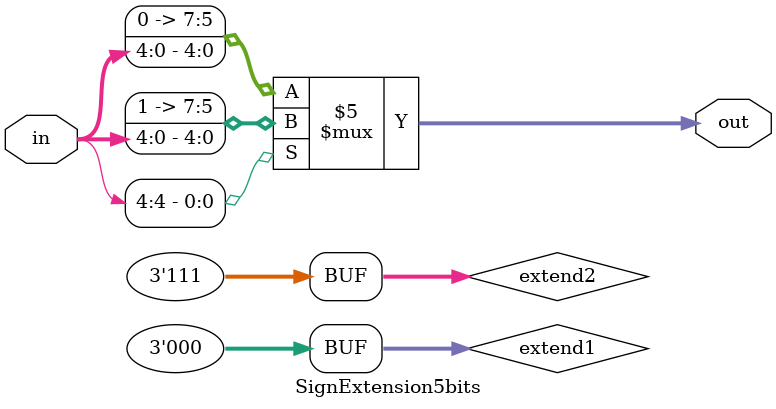
<source format=v>

module SignExtension5bits(in,out);
input [4:0] in;
output reg [7:0] out;

reg [2:0] extend1 = 3'b000;
reg [2:0] extend2 = 3'b111;

always @(in)
	begin
		if (in[4]) begin
			out = {extend2, in};
		end
		else
		begin
			out = {extend1, in};
		end
	end
endmodule
</source>
